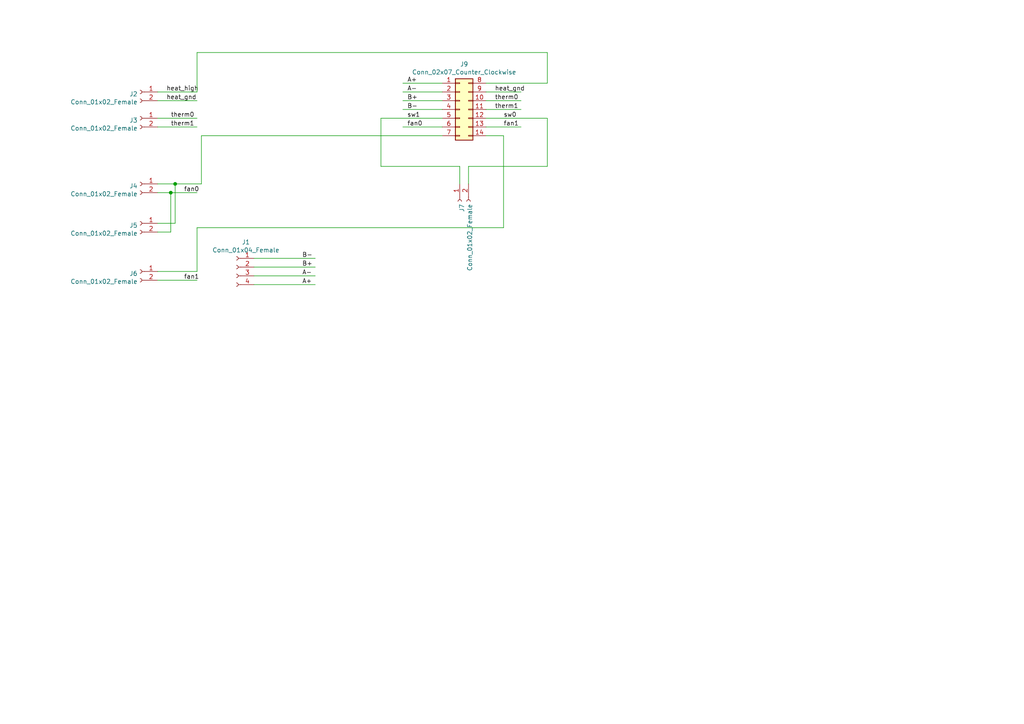
<source format=kicad_sch>
(kicad_sch (version 20211123) (generator eeschema)

  (uuid 9538e4ed-27e6-4c37-b989-9859dc0d49e8)

  (paper "A4")

  (lib_symbols
    (symbol "Connector:Conn_01x02_Female" (pin_names (offset 1.016) hide) (in_bom yes) (on_board yes)
      (property "Reference" "J" (id 0) (at 0 2.54 0)
        (effects (font (size 1.27 1.27)))
      )
      (property "Value" "Conn_01x02_Female" (id 1) (at 0 -5.08 0)
        (effects (font (size 1.27 1.27)))
      )
      (property "Footprint" "" (id 2) (at 0 0 0)
        (effects (font (size 1.27 1.27)) hide)
      )
      (property "Datasheet" "~" (id 3) (at 0 0 0)
        (effects (font (size 1.27 1.27)) hide)
      )
      (property "ki_keywords" "connector" (id 4) (at 0 0 0)
        (effects (font (size 1.27 1.27)) hide)
      )
      (property "ki_description" "Generic connector, single row, 01x02, script generated (kicad-library-utils/schlib/autogen/connector/)" (id 5) (at 0 0 0)
        (effects (font (size 1.27 1.27)) hide)
      )
      (property "ki_fp_filters" "Connector*:*_1x??_*" (id 6) (at 0 0 0)
        (effects (font (size 1.27 1.27)) hide)
      )
      (symbol "Conn_01x02_Female_1_1"
        (arc (start 0 -2.032) (mid -0.508 -2.54) (end 0 -3.048)
          (stroke (width 0.1524) (type default) (color 0 0 0 0))
          (fill (type none))
        )
        (polyline
          (pts
            (xy -1.27 -2.54)
            (xy -0.508 -2.54)
          )
          (stroke (width 0.1524) (type default) (color 0 0 0 0))
          (fill (type none))
        )
        (polyline
          (pts
            (xy -1.27 0)
            (xy -0.508 0)
          )
          (stroke (width 0.1524) (type default) (color 0 0 0 0))
          (fill (type none))
        )
        (arc (start 0 0.508) (mid -0.508 0) (end 0 -0.508)
          (stroke (width 0.1524) (type default) (color 0 0 0 0))
          (fill (type none))
        )
        (pin passive line (at -5.08 0 0) (length 3.81)
          (name "Pin_1" (effects (font (size 1.27 1.27))))
          (number "1" (effects (font (size 1.27 1.27))))
        )
        (pin passive line (at -5.08 -2.54 0) (length 3.81)
          (name "Pin_2" (effects (font (size 1.27 1.27))))
          (number "2" (effects (font (size 1.27 1.27))))
        )
      )
    )
    (symbol "Connector:Conn_01x04_Female" (pin_names (offset 1.016) hide) (in_bom yes) (on_board yes)
      (property "Reference" "J" (id 0) (at 0 5.08 0)
        (effects (font (size 1.27 1.27)))
      )
      (property "Value" "Conn_01x04_Female" (id 1) (at 0 -7.62 0)
        (effects (font (size 1.27 1.27)))
      )
      (property "Footprint" "" (id 2) (at 0 0 0)
        (effects (font (size 1.27 1.27)) hide)
      )
      (property "Datasheet" "~" (id 3) (at 0 0 0)
        (effects (font (size 1.27 1.27)) hide)
      )
      (property "ki_keywords" "connector" (id 4) (at 0 0 0)
        (effects (font (size 1.27 1.27)) hide)
      )
      (property "ki_description" "Generic connector, single row, 01x04, script generated (kicad-library-utils/schlib/autogen/connector/)" (id 5) (at 0 0 0)
        (effects (font (size 1.27 1.27)) hide)
      )
      (property "ki_fp_filters" "Connector*:*_1x??_*" (id 6) (at 0 0 0)
        (effects (font (size 1.27 1.27)) hide)
      )
      (symbol "Conn_01x04_Female_1_1"
        (arc (start 0 -4.572) (mid -0.508 -5.08) (end 0 -5.588)
          (stroke (width 0.1524) (type default) (color 0 0 0 0))
          (fill (type none))
        )
        (arc (start 0 -2.032) (mid -0.508 -2.54) (end 0 -3.048)
          (stroke (width 0.1524) (type default) (color 0 0 0 0))
          (fill (type none))
        )
        (polyline
          (pts
            (xy -1.27 -5.08)
            (xy -0.508 -5.08)
          )
          (stroke (width 0.1524) (type default) (color 0 0 0 0))
          (fill (type none))
        )
        (polyline
          (pts
            (xy -1.27 -2.54)
            (xy -0.508 -2.54)
          )
          (stroke (width 0.1524) (type default) (color 0 0 0 0))
          (fill (type none))
        )
        (polyline
          (pts
            (xy -1.27 0)
            (xy -0.508 0)
          )
          (stroke (width 0.1524) (type default) (color 0 0 0 0))
          (fill (type none))
        )
        (polyline
          (pts
            (xy -1.27 2.54)
            (xy -0.508 2.54)
          )
          (stroke (width 0.1524) (type default) (color 0 0 0 0))
          (fill (type none))
        )
        (arc (start 0 0.508) (mid -0.508 0) (end 0 -0.508)
          (stroke (width 0.1524) (type default) (color 0 0 0 0))
          (fill (type none))
        )
        (arc (start 0 3.048) (mid -0.508 2.54) (end 0 2.032)
          (stroke (width 0.1524) (type default) (color 0 0 0 0))
          (fill (type none))
        )
        (pin passive line (at -5.08 2.54 0) (length 3.81)
          (name "Pin_1" (effects (font (size 1.27 1.27))))
          (number "1" (effects (font (size 1.27 1.27))))
        )
        (pin passive line (at -5.08 0 0) (length 3.81)
          (name "Pin_2" (effects (font (size 1.27 1.27))))
          (number "2" (effects (font (size 1.27 1.27))))
        )
        (pin passive line (at -5.08 -2.54 0) (length 3.81)
          (name "Pin_3" (effects (font (size 1.27 1.27))))
          (number "3" (effects (font (size 1.27 1.27))))
        )
        (pin passive line (at -5.08 -5.08 0) (length 3.81)
          (name "Pin_4" (effects (font (size 1.27 1.27))))
          (number "4" (effects (font (size 1.27 1.27))))
        )
      )
    )
    (symbol "Connector_Generic:Conn_02x07_Top_Bottom" (pin_names (offset 1.016) hide) (in_bom yes) (on_board yes)
      (property "Reference" "J" (id 0) (at 1.27 10.16 0)
        (effects (font (size 1.27 1.27)))
      )
      (property "Value" "Conn_02x07_Top_Bottom" (id 1) (at 1.27 -10.16 0)
        (effects (font (size 1.27 1.27)))
      )
      (property "Footprint" "" (id 2) (at 0 0 0)
        (effects (font (size 1.27 1.27)) hide)
      )
      (property "Datasheet" "~" (id 3) (at 0 0 0)
        (effects (font (size 1.27 1.27)) hide)
      )
      (property "ki_keywords" "connector" (id 4) (at 0 0 0)
        (effects (font (size 1.27 1.27)) hide)
      )
      (property "ki_description" "Generic connector, double row, 02x07, top/bottom pin numbering scheme (row 1: 1...pins_per_row, row2: pins_per_row+1 ... num_pins), script generated (kicad-library-utils/schlib/autogen/connector/)" (id 5) (at 0 0 0)
        (effects (font (size 1.27 1.27)) hide)
      )
      (property "ki_fp_filters" "Connector*:*_2x??_*" (id 6) (at 0 0 0)
        (effects (font (size 1.27 1.27)) hide)
      )
      (symbol "Conn_02x07_Top_Bottom_1_1"
        (rectangle (start -1.27 -7.493) (end 0 -7.747)
          (stroke (width 0.1524) (type default) (color 0 0 0 0))
          (fill (type none))
        )
        (rectangle (start -1.27 -4.953) (end 0 -5.207)
          (stroke (width 0.1524) (type default) (color 0 0 0 0))
          (fill (type none))
        )
        (rectangle (start -1.27 -2.413) (end 0 -2.667)
          (stroke (width 0.1524) (type default) (color 0 0 0 0))
          (fill (type none))
        )
        (rectangle (start -1.27 0.127) (end 0 -0.127)
          (stroke (width 0.1524) (type default) (color 0 0 0 0))
          (fill (type none))
        )
        (rectangle (start -1.27 2.667) (end 0 2.413)
          (stroke (width 0.1524) (type default) (color 0 0 0 0))
          (fill (type none))
        )
        (rectangle (start -1.27 5.207) (end 0 4.953)
          (stroke (width 0.1524) (type default) (color 0 0 0 0))
          (fill (type none))
        )
        (rectangle (start -1.27 7.747) (end 0 7.493)
          (stroke (width 0.1524) (type default) (color 0 0 0 0))
          (fill (type none))
        )
        (rectangle (start -1.27 8.89) (end 3.81 -8.89)
          (stroke (width 0.254) (type default) (color 0 0 0 0))
          (fill (type background))
        )
        (rectangle (start 3.81 -7.493) (end 2.54 -7.747)
          (stroke (width 0.1524) (type default) (color 0 0 0 0))
          (fill (type none))
        )
        (rectangle (start 3.81 -4.953) (end 2.54 -5.207)
          (stroke (width 0.1524) (type default) (color 0 0 0 0))
          (fill (type none))
        )
        (rectangle (start 3.81 -2.413) (end 2.54 -2.667)
          (stroke (width 0.1524) (type default) (color 0 0 0 0))
          (fill (type none))
        )
        (rectangle (start 3.81 0.127) (end 2.54 -0.127)
          (stroke (width 0.1524) (type default) (color 0 0 0 0))
          (fill (type none))
        )
        (rectangle (start 3.81 2.667) (end 2.54 2.413)
          (stroke (width 0.1524) (type default) (color 0 0 0 0))
          (fill (type none))
        )
        (rectangle (start 3.81 5.207) (end 2.54 4.953)
          (stroke (width 0.1524) (type default) (color 0 0 0 0))
          (fill (type none))
        )
        (rectangle (start 3.81 7.747) (end 2.54 7.493)
          (stroke (width 0.1524) (type default) (color 0 0 0 0))
          (fill (type none))
        )
        (pin passive line (at -5.08 7.62 0) (length 3.81)
          (name "Pin_1" (effects (font (size 1.27 1.27))))
          (number "1" (effects (font (size 1.27 1.27))))
        )
        (pin passive line (at 7.62 2.54 180) (length 3.81)
          (name "Pin_10" (effects (font (size 1.27 1.27))))
          (number "10" (effects (font (size 1.27 1.27))))
        )
        (pin passive line (at 7.62 0 180) (length 3.81)
          (name "Pin_11" (effects (font (size 1.27 1.27))))
          (number "11" (effects (font (size 1.27 1.27))))
        )
        (pin passive line (at 7.62 -2.54 180) (length 3.81)
          (name "Pin_12" (effects (font (size 1.27 1.27))))
          (number "12" (effects (font (size 1.27 1.27))))
        )
        (pin passive line (at 7.62 -5.08 180) (length 3.81)
          (name "Pin_13" (effects (font (size 1.27 1.27))))
          (number "13" (effects (font (size 1.27 1.27))))
        )
        (pin passive line (at 7.62 -7.62 180) (length 3.81)
          (name "Pin_14" (effects (font (size 1.27 1.27))))
          (number "14" (effects (font (size 1.27 1.27))))
        )
        (pin passive line (at -5.08 5.08 0) (length 3.81)
          (name "Pin_2" (effects (font (size 1.27 1.27))))
          (number "2" (effects (font (size 1.27 1.27))))
        )
        (pin passive line (at -5.08 2.54 0) (length 3.81)
          (name "Pin_3" (effects (font (size 1.27 1.27))))
          (number "3" (effects (font (size 1.27 1.27))))
        )
        (pin passive line (at -5.08 0 0) (length 3.81)
          (name "Pin_4" (effects (font (size 1.27 1.27))))
          (number "4" (effects (font (size 1.27 1.27))))
        )
        (pin passive line (at -5.08 -2.54 0) (length 3.81)
          (name "Pin_5" (effects (font (size 1.27 1.27))))
          (number "5" (effects (font (size 1.27 1.27))))
        )
        (pin passive line (at -5.08 -5.08 0) (length 3.81)
          (name "Pin_6" (effects (font (size 1.27 1.27))))
          (number "6" (effects (font (size 1.27 1.27))))
        )
        (pin passive line (at -5.08 -7.62 0) (length 3.81)
          (name "Pin_7" (effects (font (size 1.27 1.27))))
          (number "7" (effects (font (size 1.27 1.27))))
        )
        (pin passive line (at 7.62 7.62 180) (length 3.81)
          (name "Pin_8" (effects (font (size 1.27 1.27))))
          (number "8" (effects (font (size 1.27 1.27))))
        )
        (pin passive line (at 7.62 5.08 180) (length 3.81)
          (name "Pin_9" (effects (font (size 1.27 1.27))))
          (number "9" (effects (font (size 1.27 1.27))))
        )
      )
    )
  )

  (junction (at 49.53 55.88) (diameter 0) (color 0 0 0 0)
    (uuid 7f3eb118-a20c-4239-b800-c9211c66847d)
  )
  (junction (at 50.8 53.34) (diameter 0) (color 0 0 0 0)
    (uuid a2bc6775-8ca7-475f-a64f-d7d889816670)
  )

  (wire (pts (xy 146.05 66.04) (xy 146.05 39.37))
    (stroke (width 0) (type default) (color 0 0 0 0))
    (uuid 00f02200-539e-4e5b-ba97-af4c42482260)
  )
  (wire (pts (xy 45.72 81.28) (xy 57.15 81.28))
    (stroke (width 0) (type default) (color 0 0 0 0))
    (uuid 04f5865e-f449-4408-a0c8-771cccfcb129)
  )
  (wire (pts (xy 57.15 26.67) (xy 57.15 15.24))
    (stroke (width 0) (type default) (color 0 0 0 0))
    (uuid 0b81ede5-f7f8-478b-aebc-43ff0b09842b)
  )
  (wire (pts (xy 140.97 36.83) (xy 151.13 36.83))
    (stroke (width 0) (type default) (color 0 0 0 0))
    (uuid 128e34ce-eee7-477d-b905-a493e98db783)
  )
  (wire (pts (xy 57.15 78.74) (xy 57.15 66.04))
    (stroke (width 0) (type default) (color 0 0 0 0))
    (uuid 1ccb9405-280e-42c4-832f-2b2656fcb184)
  )
  (wire (pts (xy 45.72 36.83) (xy 57.15 36.83))
    (stroke (width 0) (type default) (color 0 0 0 0))
    (uuid 29256b3d-9450-4c0a-a4d4-911f04b9c140)
  )
  (wire (pts (xy 45.72 64.77) (xy 50.8 64.77))
    (stroke (width 0) (type default) (color 0 0 0 0))
    (uuid 2d6718e7-f18d-444d-9792-ddf1a113460c)
  )
  (wire (pts (xy 116.84 36.83) (xy 128.27 36.83))
    (stroke (width 0) (type default) (color 0 0 0 0))
    (uuid 3172f2e2-18d2-4a80-ae30-5707b3409798)
  )
  (wire (pts (xy 128.27 26.67) (xy 116.84 26.67))
    (stroke (width 0) (type default) (color 0 0 0 0))
    (uuid 34871042-9d5c-4e29-abdd-a168368c3c22)
  )
  (wire (pts (xy 140.97 26.67) (xy 151.13 26.67))
    (stroke (width 0) (type default) (color 0 0 0 0))
    (uuid 35354519-a28c-40c4-befd-0943e98dea53)
  )
  (wire (pts (xy 57.15 15.24) (xy 158.75 15.24))
    (stroke (width 0) (type default) (color 0 0 0 0))
    (uuid 363af6fb-b998-45da-8748-df68d6b67831)
  )
  (wire (pts (xy 45.72 34.29) (xy 57.15 34.29))
    (stroke (width 0) (type default) (color 0 0 0 0))
    (uuid 37e4dc66-4492-4061-908d-7213940a2ec3)
  )
  (wire (pts (xy 140.97 29.21) (xy 151.13 29.21))
    (stroke (width 0) (type default) (color 0 0 0 0))
    (uuid 38f2d955-ea7a-4a21-aba6-02ae23f1bd4a)
  )
  (wire (pts (xy 45.72 26.67) (xy 57.15 26.67))
    (stroke (width 0) (type default) (color 0 0 0 0))
    (uuid 483f60da-14d7-4f88-8d01-3f9f30784c70)
  )
  (wire (pts (xy 110.49 34.29) (xy 128.27 34.29))
    (stroke (width 0) (type default) (color 0 0 0 0))
    (uuid 51c4dc0a-5b9f-4edf-a83f-4a12881e42ef)
  )
  (wire (pts (xy 128.27 24.13) (xy 116.84 24.13))
    (stroke (width 0) (type default) (color 0 0 0 0))
    (uuid 53c85970-3e21-4fae-a84f-721cfc0513b5)
  )
  (wire (pts (xy 73.66 82.55) (xy 91.44 82.55))
    (stroke (width 0) (type default) (color 0 0 0 0))
    (uuid 55992e35-fe7b-468a-9b7a-1e4dc931b904)
  )
  (wire (pts (xy 49.53 55.88) (xy 49.53 67.31))
    (stroke (width 0) (type default) (color 0 0 0 0))
    (uuid 6199bec7-e7eb-4ae0-b9ec-c563e157d635)
  )
  (wire (pts (xy 140.97 24.13) (xy 158.75 24.13))
    (stroke (width 0) (type default) (color 0 0 0 0))
    (uuid 632acde9-b7fd-4f04-8cb4-d2cbb06b3595)
  )
  (wire (pts (xy 58.42 39.37) (xy 58.42 53.34))
    (stroke (width 0) (type default) (color 0 0 0 0))
    (uuid 65a807e3-8829-4514-b345-941e991cdeda)
  )
  (wire (pts (xy 110.49 34.29) (xy 110.49 48.26))
    (stroke (width 0) (type default) (color 0 0 0 0))
    (uuid 690338d6-3f8d-4e5d-b308-54896d49e882)
  )
  (wire (pts (xy 140.97 31.75) (xy 151.13 31.75))
    (stroke (width 0) (type default) (color 0 0 0 0))
    (uuid 6b25f522-8e2d-4cd8-9d5d-a2b80f60133b)
  )
  (wire (pts (xy 58.42 39.37) (xy 128.27 39.37))
    (stroke (width 0) (type default) (color 0 0 0 0))
    (uuid 712d6a7d-2b62-464f-b745-fd2a6b0187f6)
  )
  (wire (pts (xy 45.72 78.74) (xy 57.15 78.74))
    (stroke (width 0) (type default) (color 0 0 0 0))
    (uuid 71c77456-1405-42e3-95ed-69e629de0558)
  )
  (wire (pts (xy 110.49 48.26) (xy 133.35 48.26))
    (stroke (width 0) (type default) (color 0 0 0 0))
    (uuid 78198a94-3c2f-43ed-b3d5-33ee808e62ab)
  )
  (wire (pts (xy 50.8 64.77) (xy 50.8 53.34))
    (stroke (width 0) (type default) (color 0 0 0 0))
    (uuid 80de6f33-6b01-4f31-b142-a57089180fe8)
  )
  (wire (pts (xy 73.66 74.93) (xy 91.44 74.93))
    (stroke (width 0) (type default) (color 0 0 0 0))
    (uuid 9702d639-3b1f-4825-8985-b32b9008503d)
  )
  (wire (pts (xy 140.97 34.29) (xy 158.75 34.29))
    (stroke (width 0) (type default) (color 0 0 0 0))
    (uuid 98e81e80-1f85-4152-be3f-99785ea97751)
  )
  (wire (pts (xy 73.66 80.01) (xy 91.44 80.01))
    (stroke (width 0) (type default) (color 0 0 0 0))
    (uuid a06e8e78-f567-42e6-b645-013b1073ca31)
  )
  (wire (pts (xy 50.8 53.34) (xy 58.42 53.34))
    (stroke (width 0) (type default) (color 0 0 0 0))
    (uuid a2ec0701-b2d2-42d7-85c6-e39a9dc91aae)
  )
  (wire (pts (xy 128.27 31.75) (xy 116.84 31.75))
    (stroke (width 0) (type default) (color 0 0 0 0))
    (uuid a9ec539a-d80d-40cc-803c-12b6adefe42a)
  )
  (wire (pts (xy 158.75 15.24) (xy 158.75 24.13))
    (stroke (width 0) (type default) (color 0 0 0 0))
    (uuid b08eea8a-7d43-4e33-a53e-924a63a99b75)
  )
  (wire (pts (xy 146.05 39.37) (xy 140.97 39.37))
    (stroke (width 0) (type default) (color 0 0 0 0))
    (uuid b3d08afa-f296-4e3b-8825-73b6331d35bf)
  )
  (wire (pts (xy 45.72 55.88) (xy 49.53 55.88))
    (stroke (width 0) (type default) (color 0 0 0 0))
    (uuid b603d26a-e034-42fb-8327-b60c5bf9cdd2)
  )
  (wire (pts (xy 57.15 66.04) (xy 146.05 66.04))
    (stroke (width 0) (type default) (color 0 0 0 0))
    (uuid b68b2e24-f981-400b-9d61-e8fc1906ea76)
  )
  (wire (pts (xy 45.72 53.34) (xy 50.8 53.34))
    (stroke (width 0) (type default) (color 0 0 0 0))
    (uuid b994142f-02ac-4881-9587-6d3df53c96d2)
  )
  (wire (pts (xy 135.89 53.34) (xy 135.89 48.26))
    (stroke (width 0) (type default) (color 0 0 0 0))
    (uuid d9d05d37-510e-40c0-8659-702cf0e91f1a)
  )
  (wire (pts (xy 158.75 34.29) (xy 158.75 48.26))
    (stroke (width 0) (type default) (color 0 0 0 0))
    (uuid e30f16f9-0c7a-41d8-81b7-a2512d65a557)
  )
  (wire (pts (xy 49.53 55.88) (xy 57.15 55.88))
    (stroke (width 0) (type default) (color 0 0 0 0))
    (uuid e47adf3d-9c24-4345-80c9-66679cad107e)
  )
  (wire (pts (xy 73.66 77.47) (xy 91.44 77.47))
    (stroke (width 0) (type default) (color 0 0 0 0))
    (uuid ec9e24d8-d1c5-40e2-9812-dc315d05f470)
  )
  (wire (pts (xy 128.27 29.21) (xy 116.84 29.21))
    (stroke (width 0) (type default) (color 0 0 0 0))
    (uuid ef1b4b98-541b-4673-a04f-2043250fc40a)
  )
  (wire (pts (xy 45.72 67.31) (xy 49.53 67.31))
    (stroke (width 0) (type default) (color 0 0 0 0))
    (uuid f144a97d-c3f0-423f-b0a9-3f7dbc42478b)
  )
  (wire (pts (xy 133.35 48.26) (xy 133.35 53.34))
    (stroke (width 0) (type default) (color 0 0 0 0))
    (uuid f2737345-0b9b-4b13-af73-db4120e89a7b)
  )
  (wire (pts (xy 135.89 48.26) (xy 158.75 48.26))
    (stroke (width 0) (type default) (color 0 0 0 0))
    (uuid f8c2cd71-421e-455c-8b39-7197af13631e)
  )
  (wire (pts (xy 45.72 29.21) (xy 57.15 29.21))
    (stroke (width 0) (type default) (color 0 0 0 0))
    (uuid fb03d859-dcc9-4533-b352-64830e0e5423)
  )

  (label "sw1" (at 118.11 34.29 0)
    (effects (font (size 1.27 1.27)) (justify left bottom))
    (uuid 03d88a85-11fd-47aa-954c-c318bb15294a)
  )
  (label "A+" (at 87.63 82.55 0)
    (effects (font (size 1.27 1.27)) (justify left bottom))
    (uuid 0d35483a-0b12-46cc-b9f2-896fd6831779)
  )
  (label "fan0" (at 53.34 55.88 0)
    (effects (font (size 1.27 1.27)) (justify left bottom))
    (uuid 213a2af1-412b-47f4-ab3b-c5f43b6be7a6)
  )
  (label "A-" (at 118.11 26.67 0)
    (effects (font (size 1.27 1.27)) (justify left bottom))
    (uuid 2bf3f24b-fd30-41a7-a274-9b519491916b)
  )
  (label "heat_high" (at 48.26 26.67 0)
    (effects (font (size 1.27 1.27)) (justify left bottom))
    (uuid 3c58312f-b7a7-4627-8b5d-1d44e7c5a55e)
  )
  (label "therm0" (at 49.53 34.29 0)
    (effects (font (size 1.27 1.27)) (justify left bottom))
    (uuid 43891a3c-749f-498d-ba99-685a27689b0d)
  )
  (label "B+" (at 87.63 77.47 0)
    (effects (font (size 1.27 1.27)) (justify left bottom))
    (uuid 4412226e-d975-40a2-921f-502ff4129a95)
  )
  (label "B+" (at 118.11 29.21 0)
    (effects (font (size 1.27 1.27)) (justify left bottom))
    (uuid 4831966c-bb32-4bc8-a400-0382a02ffa1c)
  )
  (label "A-" (at 87.63 80.01 0)
    (effects (font (size 1.27 1.27)) (justify left bottom))
    (uuid 4e66a44f-7fa6-4e16-bf9b-62ec864301a5)
  )
  (label "fan0" (at 118.11 36.83 0)
    (effects (font (size 1.27 1.27)) (justify left bottom))
    (uuid 67621f9e-0a6a-4778-ad69-04dcf300659c)
  )
  (label "B-" (at 87.63 74.93 0)
    (effects (font (size 1.27 1.27)) (justify left bottom))
    (uuid 7447a6e7-8205-46ba-afca-d0fa8f90c95a)
  )
  (label "sw0" (at 146.05 34.29 0)
    (effects (font (size 1.27 1.27)) (justify left bottom))
    (uuid 842e430f-0c35-45f3-a0b5-95ae7b7ae388)
  )
  (label "heat_gnd" (at 143.51 26.67 0)
    (effects (font (size 1.27 1.27)) (justify left bottom))
    (uuid 9dab0cb7-2557-4419-963b-5ae736517f62)
  )
  (label "A+" (at 118.11 24.13 0)
    (effects (font (size 1.27 1.27)) (justify left bottom))
    (uuid c264c438-a475-4ad4-9915-0f1e6ecf3053)
  )
  (label "fan1" (at 146.05 36.83 0)
    (effects (font (size 1.27 1.27)) (justify left bottom))
    (uuid c801d42e-dd94-493e-bd2f-6c3ddad43f55)
  )
  (label "therm1" (at 49.53 36.83 0)
    (effects (font (size 1.27 1.27)) (justify left bottom))
    (uuid cbc539d2-6a10-4052-9b7a-f10326dcac67)
  )
  (label "fan1" (at 53.34 81.28 0)
    (effects (font (size 1.27 1.27)) (justify left bottom))
    (uuid d2de4093-1fc2-4bc1-94b6-4d0fe3426c6f)
  )
  (label "therm0" (at 143.51 29.21 0)
    (effects (font (size 1.27 1.27)) (justify left bottom))
    (uuid dabe541b-b164-4180-97a4-5ca761b86800)
  )
  (label "therm1" (at 143.51 31.75 0)
    (effects (font (size 1.27 1.27)) (justify left bottom))
    (uuid e12e827e-36be-4503-8eef-6fc7e8bc5d49)
  )
  (label "B-" (at 118.11 31.75 0)
    (effects (font (size 1.27 1.27)) (justify left bottom))
    (uuid e25ce415-914a-48fe-bf09-324317917b2e)
  )
  (label "heat_gnd" (at 48.26 29.21 0)
    (effects (font (size 1.27 1.27)) (justify left bottom))
    (uuid f3490fa5-5a27-423b-af60-53609669542c)
  )

  (symbol (lib_id "Connector:Conn_01x02_Female") (at 40.64 53.34 0) (mirror y) (unit 1)
    (in_bom yes) (on_board yes)
    (uuid 00000000-0000-0000-0000-000060d4bb3b)
    (property "Reference" "J4" (id 0) (at 39.9288 53.9496 0)
      (effects (font (size 1.27 1.27)) (justify left))
    )
    (property "Value" "Conn_01x02_Female" (id 1) (at 39.9288 56.261 0)
      (effects (font (size 1.27 1.27)) (justify left))
    )
    (property "Footprint" "Connector_JST:JST_PH_B2B-PH-K_1x02_P2.00mm_Vertical" (id 2) (at 40.64 53.34 0)
      (effects (font (size 1.27 1.27)) hide)
    )
    (property "Datasheet" "~" (id 3) (at 40.64 53.34 0)
      (effects (font (size 1.27 1.27)) hide)
    )
    (pin "1" (uuid 78bb2051-2936-4355-aaf9-aa847d03b9c9))
    (pin "2" (uuid 904901ce-5e9e-4617-9c09-3e1c627a9b28))
  )

  (symbol (lib_id "Connector:Conn_01x02_Female") (at 40.64 64.77 0) (mirror y) (unit 1)
    (in_bom yes) (on_board yes)
    (uuid 00000000-0000-0000-0000-000060d4d782)
    (property "Reference" "J5" (id 0) (at 39.9288 65.3796 0)
      (effects (font (size 1.27 1.27)) (justify left))
    )
    (property "Value" "Conn_01x02_Female" (id 1) (at 39.9288 67.691 0)
      (effects (font (size 1.27 1.27)) (justify left))
    )
    (property "Footprint" "Connector_JST:JST_PH_B2B-PH-K_1x02_P2.00mm_Vertical" (id 2) (at 40.64 64.77 0)
      (effects (font (size 1.27 1.27)) hide)
    )
    (property "Datasheet" "~" (id 3) (at 40.64 64.77 0)
      (effects (font (size 1.27 1.27)) hide)
    )
    (pin "1" (uuid 46185527-d43c-4eb9-801d-c1a1b82ede08))
    (pin "2" (uuid a2e4b884-5e43-46f5-961a-d6eae7790b83))
  )

  (symbol (lib_id "Connector:Conn_01x02_Female") (at 40.64 78.74 0) (mirror y) (unit 1)
    (in_bom yes) (on_board yes)
    (uuid 00000000-0000-0000-0000-000060d4df16)
    (property "Reference" "J6" (id 0) (at 39.9288 79.3496 0)
      (effects (font (size 1.27 1.27)) (justify left))
    )
    (property "Value" "Conn_01x02_Female" (id 1) (at 39.9288 81.661 0)
      (effects (font (size 1.27 1.27)) (justify left))
    )
    (property "Footprint" "Connector_JST:JST_PH_B2B-PH-K_1x02_P2.00mm_Vertical" (id 2) (at 40.64 78.74 0)
      (effects (font (size 1.27 1.27)) hide)
    )
    (property "Datasheet" "~" (id 3) (at 40.64 78.74 0)
      (effects (font (size 1.27 1.27)) hide)
    )
    (pin "1" (uuid 247d13b4-44f1-4ed6-99d4-114df59b1f59))
    (pin "2" (uuid b3960b72-2a9c-4994-8a75-67d8a48ec5e6))
  )

  (symbol (lib_id "Connector:Conn_01x02_Female") (at 40.64 26.67 0) (mirror y) (unit 1)
    (in_bom yes) (on_board yes)
    (uuid 00000000-0000-0000-0000-000060d4e38e)
    (property "Reference" "J2" (id 0) (at 39.9288 27.2796 0)
      (effects (font (size 1.27 1.27)) (justify left))
    )
    (property "Value" "Conn_01x02_Female" (id 1) (at 39.9288 29.591 0)
      (effects (font (size 1.27 1.27)) (justify left))
    )
    (property "Footprint" "Connector_Molex:Molex_Micro-Fit_3.0_43045-0200_2x01_P3.00mm_Horizontal" (id 2) (at 40.64 26.67 0)
      (effects (font (size 1.27 1.27)) hide)
    )
    (property "Datasheet" "~" (id 3) (at 40.64 26.67 0)
      (effects (font (size 1.27 1.27)) hide)
    )
    (pin "1" (uuid f7e5e016-e989-4803-aa41-84ec0d5c0c32))
    (pin "2" (uuid 45389e14-2451-4ed6-a778-077654028db2))
  )

  (symbol (lib_id "Connector:Conn_01x02_Female") (at 40.64 34.29 0) (mirror y) (unit 1)
    (in_bom yes) (on_board yes)
    (uuid 00000000-0000-0000-0000-000060d4eb4a)
    (property "Reference" "J3" (id 0) (at 39.9288 34.8996 0)
      (effects (font (size 1.27 1.27)) (justify left))
    )
    (property "Value" "Conn_01x02_Female" (id 1) (at 39.9288 37.211 0)
      (effects (font (size 1.27 1.27)) (justify left))
    )
    (property "Footprint" "Connector_JST:JST_PH_B2B-PH-K_1x02_P2.00mm_Vertical" (id 2) (at 40.64 34.29 0)
      (effects (font (size 1.27 1.27)) hide)
    )
    (property "Datasheet" "~" (id 3) (at 40.64 34.29 0)
      (effects (font (size 1.27 1.27)) hide)
    )
    (pin "1" (uuid 63a177c8-3aba-4aa1-bc63-35430f130504))
    (pin "2" (uuid 9c5b5c15-8d2f-4851-92ea-e529e43f5212))
  )

  (symbol (lib_id "Connector:Conn_01x04_Female") (at 68.58 77.47 0) (mirror y) (unit 1)
    (in_bom yes) (on_board yes)
    (uuid 00000000-0000-0000-0000-000060d55abc)
    (property "Reference" "J1" (id 0) (at 71.3232 70.231 0))
    (property "Value" "Conn_01x04_Female" (id 1) (at 71.3232 72.5424 0))
    (property "Footprint" "Connector_JST:JST_PH_B4B-PH-K_1x04_P2.00mm_Vertical" (id 2) (at 68.58 77.47 0)
      (effects (font (size 1.27 1.27)) hide)
    )
    (property "Datasheet" "~" (id 3) (at 68.58 77.47 0)
      (effects (font (size 1.27 1.27)) hide)
    )
    (pin "1" (uuid 9d7007ff-fb5e-44f7-8a73-bc8bd62a7eb6))
    (pin "2" (uuid e92bce43-9c3b-455d-88d1-f9ac0e202bf9))
    (pin "3" (uuid 349b9ee3-b234-464d-91a9-940104fa2add))
    (pin "4" (uuid 92157c01-d472-4b80-833e-1f8496c8859f))
  )

  (symbol (lib_id "Connector_Generic:Conn_02x07_Top_Bottom") (at 133.35 31.75 0) (unit 1)
    (in_bom yes) (on_board yes)
    (uuid 00000000-0000-0000-0000-000060d59db3)
    (property "Reference" "J9" (id 0) (at 134.62 18.6182 0))
    (property "Value" "Conn_02x07_Counter_Clockwise" (id 1) (at 134.62 20.9296 0))
    (property "Footprint" "Connector_Molex:Molex_Micro-Fit_3.0_43045-1400_2x07_P3.00mm_Horizontal" (id 2) (at 133.35 31.75 0)
      (effects (font (size 1.27 1.27)) hide)
    )
    (property "Datasheet" "~" (id 3) (at 133.35 31.75 0)
      (effects (font (size 1.27 1.27)) hide)
    )
    (pin "1" (uuid ea50fa2d-8fb5-4c5c-b14d-055a22422669))
    (pin "10" (uuid a7059164-29ca-42a4-97d0-e8e563d26094))
    (pin "11" (uuid 22be712f-81ad-4032-8d2e-f22d0119256f))
    (pin "12" (uuid 640e4f76-932a-4c4b-ad03-0c86d19608f7))
    (pin "13" (uuid ec8dd6d0-e954-42ad-8367-2772cb09f290))
    (pin "14" (uuid c823cdd8-af8f-42be-859f-7d1b7a374e2b))
    (pin "2" (uuid 74d820be-cd7a-43ef-bb54-6d1cda7970b0))
    (pin "3" (uuid 0fcbf1fe-c4ed-4ce9-bff4-de64f18ba199))
    (pin "4" (uuid 5e6734db-1889-428e-bc56-d1ecd479b841))
    (pin "5" (uuid eabd5f14-f855-4acc-b0f3-4011fe99eb02))
    (pin "6" (uuid 124f140f-dacb-4452-a052-3213b95eefed))
    (pin "7" (uuid 9e9f7fb4-5a29-4eca-8d85-dd7ab5d886ee))
    (pin "8" (uuid 6ff27d99-78b4-450f-95c6-9a1e30d273c9))
    (pin "9" (uuid 35e18dd5-c01b-4b17-8a26-44cc2f3ec457))
  )

  (symbol (lib_id "Connector:Conn_01x02_Female") (at 133.35 58.42 90) (mirror x) (unit 1)
    (in_bom yes) (on_board yes)
    (uuid 09298748-d31e-4599-986f-caa3b45b4a82)
    (property "Reference" "J7" (id 0) (at 133.9596 59.1312 0)
      (effects (font (size 1.27 1.27)) (justify left))
    )
    (property "Value" "Conn_01x02_Female" (id 1) (at 136.271 59.1312 0)
      (effects (font (size 1.27 1.27)) (justify left))
    )
    (property "Footprint" "Connector_JST:JST_PH_B2B-PH-K_1x02_P2.00mm_Vertical" (id 2) (at 133.35 58.42 0)
      (effects (font (size 1.27 1.27)) hide)
    )
    (property "Datasheet" "~" (id 3) (at 133.35 58.42 0)
      (effects (font (size 1.27 1.27)) hide)
    )
    (pin "1" (uuid 457ba909-aaa9-4101-8db7-d7c17aaed1ab))
    (pin "2" (uuid 1da1f92f-2595-4c44-a60d-7782fb107580))
  )

  (sheet_instances
    (path "/" (page "1"))
  )

  (symbol_instances
    (path "/00000000-0000-0000-0000-000060d55abc"
      (reference "J1") (unit 1) (value "Conn_01x04_Female") (footprint "Connector_JST:JST_PH_B4B-PH-K_1x04_P2.00mm_Vertical")
    )
    (path "/00000000-0000-0000-0000-000060d4e38e"
      (reference "J2") (unit 1) (value "Conn_01x02_Female") (footprint "Connector_Molex:Molex_Micro-Fit_3.0_43045-0200_2x01_P3.00mm_Horizontal")
    )
    (path "/00000000-0000-0000-0000-000060d4eb4a"
      (reference "J3") (unit 1) (value "Conn_01x02_Female") (footprint "Connector_JST:JST_PH_B2B-PH-K_1x02_P2.00mm_Vertical")
    )
    (path "/00000000-0000-0000-0000-000060d4bb3b"
      (reference "J4") (unit 1) (value "Conn_01x02_Female") (footprint "Connector_JST:JST_PH_B2B-PH-K_1x02_P2.00mm_Vertical")
    )
    (path "/00000000-0000-0000-0000-000060d4d782"
      (reference "J5") (unit 1) (value "Conn_01x02_Female") (footprint "Connector_JST:JST_PH_B2B-PH-K_1x02_P2.00mm_Vertical")
    )
    (path "/00000000-0000-0000-0000-000060d4df16"
      (reference "J6") (unit 1) (value "Conn_01x02_Female") (footprint "Connector_JST:JST_PH_B2B-PH-K_1x02_P2.00mm_Vertical")
    )
    (path "/09298748-d31e-4599-986f-caa3b45b4a82"
      (reference "J7") (unit 1) (value "Conn_01x02_Female") (footprint "Connector_JST:JST_PH_B2B-PH-K_1x02_P2.00mm_Vertical")
    )
    (path "/00000000-0000-0000-0000-000060d59db3"
      (reference "J9") (unit 1) (value "Conn_02x07_Counter_Clockwise") (footprint "Connector_Molex:Molex_Micro-Fit_3.0_43045-1400_2x07_P3.00mm_Horizontal")
    )
  )
)

</source>
